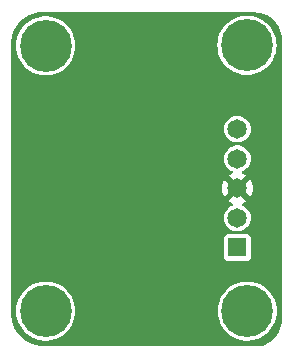
<source format=gbl>
G04 #@! TF.GenerationSoftware,KiCad,Pcbnew,8.0.8*
G04 #@! TF.CreationDate,2025-04-14T11:12:42+01:00*
G04 #@! TF.ProjectId,Bat-mon_v1-Sensor Shield,4261742d-6d6f-46e5-9f76-312d53656e73,rev?*
G04 #@! TF.SameCoordinates,Original*
G04 #@! TF.FileFunction,Copper,L2,Bot*
G04 #@! TF.FilePolarity,Positive*
%FSLAX46Y46*%
G04 Gerber Fmt 4.6, Leading zero omitted, Abs format (unit mm)*
G04 Created by KiCad (PCBNEW 8.0.8) date 2025-04-14 11:12:42*
%MOMM*%
%LPD*%
G01*
G04 APERTURE LIST*
G04 #@! TA.AperFunction,ComponentPad*
%ADD10C,0.700000*%
G04 #@! TD*
G04 #@! TA.AperFunction,ComponentPad*
%ADD11C,4.400000*%
G04 #@! TD*
G04 #@! TA.AperFunction,ComponentPad*
%ADD12R,1.650000X1.650000*%
G04 #@! TD*
G04 #@! TA.AperFunction,ComponentPad*
%ADD13C,1.650000*%
G04 #@! TD*
G04 #@! TA.AperFunction,ViaPad*
%ADD14C,0.700000*%
G04 #@! TD*
G04 APERTURE END LIST*
D10*
X74450000Y-68000000D03*
X74933274Y-66833274D03*
X74933274Y-69166726D03*
X76100000Y-66350000D03*
D11*
X76100000Y-68000000D03*
D10*
X76100000Y-69650000D03*
X77266726Y-66833274D03*
X77266726Y-69166726D03*
X77750000Y-68000000D03*
X91500000Y-68000000D03*
X91983274Y-66833274D03*
X91983274Y-69166726D03*
X93150000Y-66350000D03*
D11*
X93150000Y-68000000D03*
D10*
X93150000Y-69650000D03*
X94316726Y-66833274D03*
X94316726Y-69166726D03*
X94800000Y-68000000D03*
X74450000Y-45533274D03*
X74933274Y-44366548D03*
X74933274Y-46700000D03*
X76100000Y-43883274D03*
D11*
X76100000Y-45533274D03*
D10*
X76100000Y-47183274D03*
X77266726Y-44366548D03*
X77266726Y-46700000D03*
X77750000Y-45533274D03*
D12*
X92325000Y-62600000D03*
D13*
X92325000Y-60100000D03*
X92325000Y-57600000D03*
X92325000Y-55100000D03*
X92325000Y-52600000D03*
D10*
X91483274Y-45500000D03*
X91966548Y-44333274D03*
X91966548Y-46666726D03*
X93133274Y-43850000D03*
D11*
X93133274Y-45500000D03*
D10*
X93133274Y-47150000D03*
X94300000Y-44333274D03*
X94300000Y-46666726D03*
X94783274Y-45500000D03*
D14*
X81600000Y-54750000D03*
X80650000Y-54750000D03*
G04 #@! TA.AperFunction,Conductor*
G36*
X93696284Y-42714114D02*
G01*
X93713530Y-42715371D01*
X93713749Y-42715364D01*
X93713751Y-42715365D01*
X93752189Y-42714214D01*
X93755930Y-42714160D01*
X93759792Y-42714162D01*
X93763584Y-42714224D01*
X94030806Y-42722741D01*
X94046026Y-42724169D01*
X94308211Y-42765242D01*
X94323145Y-42768537D01*
X94578276Y-42841605D01*
X94592687Y-42846714D01*
X94775802Y-42924668D01*
X94836855Y-42950659D01*
X94850543Y-42957513D01*
X95080037Y-43090748D01*
X95092775Y-43099236D01*
X95304110Y-43259740D01*
X95315700Y-43269728D01*
X95505645Y-43455049D01*
X95515912Y-43466386D01*
X95624916Y-43602797D01*
X95681572Y-43673698D01*
X95690372Y-43686224D01*
X95829222Y-43912366D01*
X95836412Y-43925882D01*
X95946339Y-44167413D01*
X95951808Y-44181712D01*
X96031132Y-44434937D01*
X96034798Y-44449800D01*
X96082317Y-44710882D01*
X96084123Y-44726084D01*
X96099289Y-44994242D01*
X96099485Y-45001893D01*
X96099224Y-45051790D01*
X96099458Y-45054565D01*
X96081784Y-68677203D01*
X96081743Y-68677664D01*
X96081743Y-68728486D01*
X96081517Y-68735973D01*
X96065790Y-68995898D01*
X96063985Y-69010762D01*
X96017720Y-69263201D01*
X96014136Y-69277740D01*
X95937782Y-69522759D01*
X95932472Y-69536759D01*
X95827143Y-69770785D01*
X95820185Y-69784043D01*
X95687412Y-70003675D01*
X95678905Y-70015999D01*
X95520628Y-70218023D01*
X95510699Y-70229230D01*
X95329230Y-70410699D01*
X95318023Y-70420628D01*
X95115999Y-70578905D01*
X95103675Y-70587412D01*
X94884043Y-70720185D01*
X94870785Y-70727143D01*
X94636759Y-70832472D01*
X94622759Y-70837782D01*
X94377740Y-70914136D01*
X94363201Y-70917720D01*
X94110762Y-70963984D01*
X94095898Y-70965789D01*
X93836097Y-70981509D01*
X93828385Y-70981735D01*
X75976593Y-70949598D01*
X75975470Y-70949500D01*
X75965494Y-70949500D01*
X75924817Y-70949500D01*
X75917866Y-70949305D01*
X75874678Y-70946880D01*
X75620427Y-70932604D01*
X75606609Y-70931047D01*
X75316365Y-70881735D01*
X75302808Y-70878641D01*
X75019902Y-70797139D01*
X75006777Y-70792546D01*
X74734789Y-70679887D01*
X74722260Y-70673854D01*
X74464585Y-70531444D01*
X74452811Y-70524046D01*
X74212699Y-70353680D01*
X74201839Y-70345019D01*
X73982308Y-70148837D01*
X73972481Y-70139010D01*
X73776299Y-69919482D01*
X73767630Y-69908611D01*
X73597267Y-69668510D01*
X73589869Y-69656736D01*
X73447457Y-69399063D01*
X73441426Y-69386541D01*
X73328754Y-69114528D01*
X73324169Y-69101427D01*
X73272568Y-68922315D01*
X73242663Y-68818512D01*
X73239569Y-68804956D01*
X73208667Y-68623083D01*
X73190253Y-68514705D01*
X73188698Y-68500904D01*
X73172021Y-68203950D01*
X73171826Y-68196997D01*
X73171826Y-68145076D01*
X73171807Y-68144865D01*
X73171759Y-67999994D01*
X73594556Y-67999994D01*
X73594556Y-68000005D01*
X73614310Y-68314004D01*
X73614311Y-68314011D01*
X73673270Y-68623083D01*
X73770497Y-68922316D01*
X73770499Y-68922321D01*
X73904461Y-69207003D01*
X73904464Y-69207009D01*
X74073051Y-69472661D01*
X74073054Y-69472665D01*
X74273606Y-69715090D01*
X74273608Y-69715092D01*
X74273610Y-69715094D01*
X74491261Y-69919482D01*
X74502968Y-69930476D01*
X74502978Y-69930484D01*
X74757504Y-70115408D01*
X74757509Y-70115410D01*
X74757516Y-70115416D01*
X75033234Y-70266994D01*
X75033239Y-70266996D01*
X75033241Y-70266997D01*
X75033242Y-70266998D01*
X75325771Y-70382818D01*
X75325774Y-70382819D01*
X75473031Y-70420628D01*
X75630527Y-70461066D01*
X75696010Y-70469338D01*
X75942670Y-70500499D01*
X75942679Y-70500499D01*
X75942682Y-70500500D01*
X75942684Y-70500500D01*
X76257316Y-70500500D01*
X76257318Y-70500500D01*
X76257321Y-70500499D01*
X76257329Y-70500499D01*
X76443593Y-70476968D01*
X76569473Y-70461066D01*
X76874225Y-70382819D01*
X76947822Y-70353680D01*
X77166757Y-70266998D01*
X77166758Y-70266997D01*
X77166756Y-70266997D01*
X77166766Y-70266994D01*
X77442484Y-70115416D01*
X77697030Y-69930478D01*
X77926390Y-69715094D01*
X78126947Y-69472663D01*
X78295537Y-69207007D01*
X78429503Y-68922315D01*
X78526731Y-68623079D01*
X78585688Y-68314015D01*
X78592613Y-68203950D01*
X78605444Y-68000005D01*
X78605444Y-67999994D01*
X90644556Y-67999994D01*
X90644556Y-68000005D01*
X90664310Y-68314004D01*
X90664311Y-68314011D01*
X90723270Y-68623083D01*
X90820497Y-68922316D01*
X90820499Y-68922321D01*
X90954461Y-69207003D01*
X90954464Y-69207009D01*
X91123051Y-69472661D01*
X91123054Y-69472665D01*
X91323606Y-69715090D01*
X91323608Y-69715092D01*
X91323610Y-69715094D01*
X91541261Y-69919482D01*
X91552968Y-69930476D01*
X91552978Y-69930484D01*
X91807504Y-70115408D01*
X91807509Y-70115410D01*
X91807516Y-70115416D01*
X92083234Y-70266994D01*
X92083239Y-70266996D01*
X92083241Y-70266997D01*
X92083242Y-70266998D01*
X92375771Y-70382818D01*
X92375774Y-70382819D01*
X92523031Y-70420628D01*
X92680527Y-70461066D01*
X92746010Y-70469338D01*
X92992670Y-70500499D01*
X92992679Y-70500499D01*
X92992682Y-70500500D01*
X92992684Y-70500500D01*
X93307316Y-70500500D01*
X93307318Y-70500500D01*
X93307321Y-70500499D01*
X93307329Y-70500499D01*
X93493593Y-70476968D01*
X93619473Y-70461066D01*
X93924225Y-70382819D01*
X93997822Y-70353680D01*
X94216757Y-70266998D01*
X94216758Y-70266997D01*
X94216756Y-70266997D01*
X94216766Y-70266994D01*
X94492484Y-70115416D01*
X94747030Y-69930478D01*
X94976390Y-69715094D01*
X95176947Y-69472663D01*
X95345537Y-69207007D01*
X95479503Y-68922315D01*
X95576731Y-68623079D01*
X95635688Y-68314015D01*
X95642613Y-68203950D01*
X95655444Y-68000005D01*
X95655444Y-67999994D01*
X95635689Y-67685995D01*
X95635688Y-67685988D01*
X95635688Y-67685985D01*
X95576731Y-67376921D01*
X95479503Y-67077685D01*
X95345537Y-66792993D01*
X95176947Y-66527337D01*
X95176945Y-66527334D01*
X94976393Y-66284909D01*
X94976391Y-66284907D01*
X94747031Y-66069523D01*
X94747021Y-66069515D01*
X94492495Y-65884591D01*
X94492488Y-65884586D01*
X94492484Y-65884584D01*
X94216766Y-65733006D01*
X94216763Y-65733004D01*
X94216758Y-65733002D01*
X94216757Y-65733001D01*
X93924228Y-65617181D01*
X93924225Y-65617180D01*
X93619476Y-65538934D01*
X93619463Y-65538932D01*
X93307329Y-65499500D01*
X93307318Y-65499500D01*
X92992682Y-65499500D01*
X92992670Y-65499500D01*
X92680536Y-65538932D01*
X92680523Y-65538934D01*
X92375774Y-65617180D01*
X92375771Y-65617181D01*
X92083242Y-65733001D01*
X92083241Y-65733002D01*
X91807516Y-65884584D01*
X91807504Y-65884591D01*
X91552978Y-66069515D01*
X91552968Y-66069523D01*
X91323608Y-66284907D01*
X91323606Y-66284909D01*
X91123054Y-66527334D01*
X91123051Y-66527338D01*
X90954464Y-66792990D01*
X90954461Y-66792996D01*
X90820499Y-67077678D01*
X90820497Y-67077683D01*
X90723270Y-67376916D01*
X90664311Y-67685988D01*
X90664310Y-67685995D01*
X90644556Y-67999994D01*
X78605444Y-67999994D01*
X78585689Y-67685995D01*
X78585688Y-67685988D01*
X78585688Y-67685985D01*
X78526731Y-67376921D01*
X78429503Y-67077685D01*
X78295537Y-66792993D01*
X78126947Y-66527337D01*
X78126945Y-66527334D01*
X77926393Y-66284909D01*
X77926391Y-66284907D01*
X77697031Y-66069523D01*
X77697021Y-66069515D01*
X77442495Y-65884591D01*
X77442488Y-65884586D01*
X77442484Y-65884584D01*
X77166766Y-65733006D01*
X77166763Y-65733004D01*
X77166758Y-65733002D01*
X77166757Y-65733001D01*
X76874228Y-65617181D01*
X76874225Y-65617180D01*
X76569476Y-65538934D01*
X76569463Y-65538932D01*
X76257329Y-65499500D01*
X76257318Y-65499500D01*
X75942682Y-65499500D01*
X75942670Y-65499500D01*
X75630536Y-65538932D01*
X75630523Y-65538934D01*
X75325774Y-65617180D01*
X75325771Y-65617181D01*
X75033242Y-65733001D01*
X75033241Y-65733002D01*
X74757516Y-65884584D01*
X74757504Y-65884591D01*
X74502978Y-66069515D01*
X74502968Y-66069523D01*
X74273608Y-66284907D01*
X74273606Y-66284909D01*
X74073054Y-66527334D01*
X74073051Y-66527338D01*
X73904464Y-66792990D01*
X73904461Y-66792996D01*
X73770499Y-67077678D01*
X73770497Y-67077683D01*
X73673270Y-67376916D01*
X73614311Y-67685988D01*
X73614310Y-67685995D01*
X73594556Y-67999994D01*
X73171759Y-67999994D01*
X73171555Y-67376921D01*
X73169704Y-61730131D01*
X91199500Y-61730131D01*
X91199500Y-63469856D01*
X91199502Y-63469882D01*
X91202413Y-63494987D01*
X91202415Y-63494991D01*
X91247793Y-63597764D01*
X91247794Y-63597765D01*
X91327235Y-63677206D01*
X91430009Y-63722585D01*
X91455135Y-63725500D01*
X93194864Y-63725499D01*
X93194879Y-63725497D01*
X93194882Y-63725497D01*
X93219987Y-63722586D01*
X93219988Y-63722585D01*
X93219991Y-63722585D01*
X93322765Y-63677206D01*
X93402206Y-63597765D01*
X93447585Y-63494991D01*
X93450500Y-63469865D01*
X93450499Y-61730136D01*
X93450497Y-61730117D01*
X93447586Y-61705012D01*
X93447585Y-61705010D01*
X93447585Y-61705009D01*
X93402206Y-61602235D01*
X93322765Y-61522794D01*
X93322763Y-61522793D01*
X93219992Y-61477415D01*
X93194865Y-61474500D01*
X91455143Y-61474500D01*
X91455117Y-61474502D01*
X91430012Y-61477413D01*
X91430008Y-61477415D01*
X91327235Y-61522793D01*
X91247794Y-61602234D01*
X91202415Y-61705006D01*
X91202415Y-61705008D01*
X91199500Y-61730131D01*
X73169704Y-61730131D01*
X73168351Y-57599999D01*
X90994939Y-57599999D01*
X90994939Y-57600000D01*
X91015145Y-57830958D01*
X91015147Y-57830968D01*
X91075148Y-58054900D01*
X91075152Y-58054909D01*
X91173132Y-58265029D01*
X91173133Y-58265031D01*
X91228023Y-58343422D01*
X91228023Y-58343423D01*
X91801212Y-57770234D01*
X91812482Y-57812292D01*
X91884890Y-57937708D01*
X91987292Y-58040110D01*
X92112708Y-58112518D01*
X92154765Y-58123787D01*
X91581575Y-58696975D01*
X91659973Y-58751868D01*
X91863433Y-58846744D01*
X91915872Y-58892916D01*
X91935024Y-58960110D01*
X91914808Y-59026991D01*
X91861643Y-59072326D01*
X91855823Y-59074752D01*
X91821178Y-59088173D01*
X91821171Y-59088177D01*
X91643827Y-59197985D01*
X91489683Y-59338505D01*
X91363981Y-59504961D01*
X91271007Y-59691677D01*
X91213923Y-59892308D01*
X91194678Y-60099999D01*
X91194678Y-60100000D01*
X91213923Y-60307691D01*
X91213923Y-60307693D01*
X91213924Y-60307696D01*
X91271006Y-60508319D01*
X91363981Y-60695038D01*
X91489682Y-60861493D01*
X91643829Y-61002016D01*
X91821172Y-61111823D01*
X92015673Y-61187173D01*
X92220707Y-61225500D01*
X92220710Y-61225500D01*
X92429290Y-61225500D01*
X92429293Y-61225500D01*
X92634327Y-61187173D01*
X92828828Y-61111823D01*
X93006171Y-61002016D01*
X93160318Y-60861493D01*
X93286019Y-60695038D01*
X93378994Y-60508319D01*
X93436076Y-60307696D01*
X93455322Y-60100000D01*
X93436076Y-59892304D01*
X93378994Y-59691681D01*
X93286019Y-59504962D01*
X93160318Y-59338507D01*
X93006171Y-59197984D01*
X92828828Y-59088177D01*
X92828818Y-59088172D01*
X92794177Y-59074752D01*
X92738775Y-59032180D01*
X92715185Y-58966413D01*
X92730896Y-58898332D01*
X92780920Y-58849554D01*
X92786566Y-58846744D01*
X92990030Y-58751866D01*
X93068423Y-58696975D01*
X92495234Y-58123787D01*
X92537292Y-58112518D01*
X92662708Y-58040110D01*
X92765110Y-57937708D01*
X92837518Y-57812292D01*
X92848787Y-57770235D01*
X93421975Y-58343423D01*
X93476867Y-58265030D01*
X93574847Y-58054909D01*
X93574851Y-58054900D01*
X93634852Y-57830968D01*
X93634854Y-57830958D01*
X93655061Y-57600000D01*
X93655061Y-57599999D01*
X93634854Y-57369041D01*
X93634852Y-57369031D01*
X93574851Y-57145099D01*
X93574847Y-57145090D01*
X93476868Y-56934972D01*
X93421974Y-56856576D01*
X92848787Y-57429764D01*
X92837518Y-57387708D01*
X92765110Y-57262292D01*
X92662708Y-57159890D01*
X92537292Y-57087482D01*
X92495233Y-57076212D01*
X93068423Y-56503023D01*
X92990031Y-56448133D01*
X92990029Y-56448132D01*
X92786566Y-56353255D01*
X92734127Y-56307082D01*
X92714975Y-56239889D01*
X92735191Y-56173008D01*
X92788356Y-56127673D01*
X92794179Y-56125246D01*
X92828821Y-56111826D01*
X92828825Y-56111824D01*
X92828828Y-56111823D01*
X93006171Y-56002016D01*
X93160318Y-55861493D01*
X93286019Y-55695038D01*
X93378994Y-55508319D01*
X93436076Y-55307696D01*
X93455322Y-55100000D01*
X93436076Y-54892304D01*
X93378994Y-54691681D01*
X93286019Y-54504962D01*
X93160318Y-54338507D01*
X93006171Y-54197984D01*
X92828828Y-54088177D01*
X92828827Y-54088176D01*
X92686609Y-54033081D01*
X92634327Y-54012827D01*
X92429293Y-53974500D01*
X92220707Y-53974500D01*
X92015673Y-54012827D01*
X92015670Y-54012827D01*
X92015670Y-54012828D01*
X91821172Y-54088176D01*
X91821171Y-54088177D01*
X91643827Y-54197985D01*
X91489683Y-54338505D01*
X91363981Y-54504961D01*
X91271007Y-54691677D01*
X91213923Y-54892308D01*
X91194678Y-55099999D01*
X91194678Y-55100000D01*
X91213923Y-55307691D01*
X91213923Y-55307693D01*
X91213924Y-55307696D01*
X91271006Y-55508319D01*
X91363981Y-55695038D01*
X91489682Y-55861493D01*
X91643829Y-56002016D01*
X91821172Y-56111823D01*
X91821175Y-56111824D01*
X91855821Y-56125246D01*
X91911223Y-56167818D01*
X91934814Y-56233585D01*
X91919104Y-56301665D01*
X91869080Y-56350445D01*
X91863434Y-56353255D01*
X91659972Y-56448132D01*
X91581576Y-56503024D01*
X92154765Y-57076212D01*
X92112708Y-57087482D01*
X91987292Y-57159890D01*
X91884890Y-57262292D01*
X91812482Y-57387708D01*
X91801212Y-57429765D01*
X91228024Y-56856576D01*
X91173131Y-56934974D01*
X91075152Y-57145090D01*
X91075148Y-57145099D01*
X91015147Y-57369031D01*
X91015145Y-57369041D01*
X90994939Y-57599999D01*
X73168351Y-57599999D01*
X73166712Y-52599999D01*
X91194678Y-52599999D01*
X91194678Y-52600000D01*
X91213923Y-52807691D01*
X91213923Y-52807693D01*
X91213924Y-52807696D01*
X91271006Y-53008319D01*
X91363981Y-53195038D01*
X91489682Y-53361493D01*
X91643829Y-53502016D01*
X91821172Y-53611823D01*
X92015673Y-53687173D01*
X92220707Y-53725500D01*
X92220710Y-53725500D01*
X92429290Y-53725500D01*
X92429293Y-53725500D01*
X92634327Y-53687173D01*
X92828828Y-53611823D01*
X93006171Y-53502016D01*
X93160318Y-53361493D01*
X93286019Y-53195038D01*
X93378994Y-53008319D01*
X93436076Y-52807696D01*
X93455322Y-52600000D01*
X93436076Y-52392304D01*
X93378994Y-52191681D01*
X93286019Y-52004962D01*
X93160318Y-51838507D01*
X93006171Y-51697984D01*
X92828828Y-51588177D01*
X92828827Y-51588176D01*
X92686609Y-51533081D01*
X92634327Y-51512827D01*
X92429293Y-51474500D01*
X92220707Y-51474500D01*
X92015673Y-51512827D01*
X92015670Y-51512827D01*
X92015670Y-51512828D01*
X91821172Y-51588176D01*
X91821171Y-51588177D01*
X91643827Y-51697985D01*
X91489683Y-51838505D01*
X91363981Y-52004961D01*
X91271007Y-52191677D01*
X91213923Y-52392308D01*
X91194678Y-52599999D01*
X73166712Y-52599999D01*
X73164396Y-45533268D01*
X73594556Y-45533268D01*
X73594556Y-45533279D01*
X73614310Y-45847278D01*
X73614311Y-45847285D01*
X73614312Y-45847289D01*
X73666922Y-46123083D01*
X73673270Y-46156357D01*
X73770497Y-46455590D01*
X73770499Y-46455595D01*
X73904461Y-46740277D01*
X73904464Y-46740283D01*
X74073051Y-47005935D01*
X74073054Y-47005939D01*
X74273606Y-47248364D01*
X74273608Y-47248366D01*
X74502968Y-47463750D01*
X74502978Y-47463758D01*
X74757504Y-47648682D01*
X74757509Y-47648684D01*
X74757516Y-47648690D01*
X75033234Y-47800268D01*
X75033239Y-47800270D01*
X75033241Y-47800271D01*
X75033242Y-47800272D01*
X75325771Y-47916092D01*
X75325774Y-47916093D01*
X75500929Y-47961065D01*
X75630527Y-47994340D01*
X75679281Y-48000499D01*
X75942670Y-48033773D01*
X75942679Y-48033773D01*
X75942682Y-48033774D01*
X75942684Y-48033774D01*
X76257316Y-48033774D01*
X76257318Y-48033774D01*
X76257321Y-48033773D01*
X76257329Y-48033773D01*
X76443593Y-48010242D01*
X76569473Y-47994340D01*
X76874225Y-47916093D01*
X76958266Y-47882819D01*
X77166757Y-47800272D01*
X77166758Y-47800271D01*
X77166756Y-47800271D01*
X77166766Y-47800268D01*
X77442484Y-47648690D01*
X77697030Y-47463752D01*
X77926390Y-47248368D01*
X78126947Y-47005937D01*
X78295537Y-46740281D01*
X78429503Y-46455589D01*
X78526731Y-46156353D01*
X78585688Y-45847289D01*
X78585689Y-45847278D01*
X78605444Y-45533279D01*
X78605444Y-45533268D01*
X78603351Y-45499994D01*
X90627830Y-45499994D01*
X90627830Y-45500005D01*
X90647584Y-45814004D01*
X90647585Y-45814011D01*
X90706544Y-46123083D01*
X90803771Y-46422316D01*
X90803773Y-46422321D01*
X90937735Y-46707003D01*
X90937738Y-46707009D01*
X91106325Y-46972661D01*
X91106328Y-46972665D01*
X91306880Y-47215090D01*
X91306882Y-47215092D01*
X91536242Y-47430476D01*
X91536252Y-47430484D01*
X91790778Y-47615408D01*
X91790783Y-47615410D01*
X91790790Y-47615416D01*
X92066508Y-47766994D01*
X92066513Y-47766996D01*
X92066515Y-47766997D01*
X92066516Y-47766998D01*
X92359045Y-47882818D01*
X92359048Y-47882819D01*
X92663797Y-47961065D01*
X92663801Y-47961066D01*
X92729284Y-47969338D01*
X92975944Y-48000499D01*
X92975953Y-48000499D01*
X92975956Y-48000500D01*
X92975958Y-48000500D01*
X93290590Y-48000500D01*
X93290592Y-48000500D01*
X93290595Y-48000499D01*
X93290603Y-48000499D01*
X93476867Y-47976968D01*
X93602747Y-47961066D01*
X93907499Y-47882819D01*
X93907502Y-47882818D01*
X94200031Y-47766998D01*
X94200032Y-47766997D01*
X94200030Y-47766997D01*
X94200040Y-47766994D01*
X94475758Y-47615416D01*
X94730304Y-47430478D01*
X94959664Y-47215094D01*
X95160221Y-46972663D01*
X95328811Y-46707007D01*
X95462777Y-46422315D01*
X95560005Y-46123079D01*
X95618962Y-45814015D01*
X95618963Y-45814004D01*
X95638718Y-45500005D01*
X95638718Y-45499994D01*
X95618963Y-45185995D01*
X95618962Y-45185988D01*
X95618962Y-45185985D01*
X95560005Y-44876921D01*
X95462777Y-44577685D01*
X95328811Y-44292993D01*
X95258190Y-44181712D01*
X95160222Y-44027338D01*
X95160219Y-44027334D01*
X94959667Y-43784909D01*
X94959665Y-43784907D01*
X94730305Y-43569523D01*
X94730295Y-43569515D01*
X94475769Y-43384591D01*
X94475762Y-43384586D01*
X94475758Y-43384584D01*
X94200040Y-43233006D01*
X94200037Y-43233004D01*
X94200032Y-43233002D01*
X94200031Y-43233001D01*
X93907502Y-43117181D01*
X93907499Y-43117180D01*
X93602750Y-43038934D01*
X93602737Y-43038932D01*
X93290603Y-42999500D01*
X93290592Y-42999500D01*
X92975956Y-42999500D01*
X92975944Y-42999500D01*
X92663810Y-43038932D01*
X92663797Y-43038934D01*
X92359048Y-43117180D01*
X92359045Y-43117181D01*
X92066516Y-43233001D01*
X92066515Y-43233002D01*
X91790790Y-43384584D01*
X91790778Y-43384591D01*
X91536252Y-43569515D01*
X91536242Y-43569523D01*
X91306882Y-43784907D01*
X91306880Y-43784909D01*
X91106328Y-44027334D01*
X91106325Y-44027338D01*
X90937738Y-44292990D01*
X90937735Y-44292996D01*
X90803773Y-44577678D01*
X90803771Y-44577683D01*
X90706544Y-44876916D01*
X90647585Y-45185988D01*
X90647584Y-45185995D01*
X90627830Y-45499994D01*
X78603351Y-45499994D01*
X78585689Y-45219269D01*
X78585688Y-45219262D01*
X78585688Y-45219259D01*
X78526731Y-44910195D01*
X78429503Y-44610959D01*
X78413845Y-44577685D01*
X78295538Y-44326270D01*
X78295537Y-44326267D01*
X78196842Y-44170748D01*
X78126948Y-44060612D01*
X78126945Y-44060608D01*
X77926393Y-43818183D01*
X77926391Y-43818181D01*
X77785872Y-43686224D01*
X77697030Y-43602796D01*
X77697027Y-43602794D01*
X77697021Y-43602789D01*
X77442495Y-43417865D01*
X77442488Y-43417860D01*
X77442484Y-43417858D01*
X77166766Y-43266280D01*
X77166763Y-43266278D01*
X77166758Y-43266276D01*
X77166757Y-43266275D01*
X76874228Y-43150455D01*
X76874225Y-43150454D01*
X76569476Y-43072208D01*
X76569463Y-43072206D01*
X76257329Y-43032774D01*
X76257318Y-43032774D01*
X75942682Y-43032774D01*
X75942670Y-43032774D01*
X75630536Y-43072206D01*
X75630523Y-43072208D01*
X75325774Y-43150454D01*
X75325771Y-43150455D01*
X75033242Y-43266275D01*
X75033241Y-43266276D01*
X74757516Y-43417858D01*
X74757504Y-43417865D01*
X74502978Y-43602789D01*
X74502968Y-43602797D01*
X74273608Y-43818181D01*
X74273606Y-43818183D01*
X74073054Y-44060608D01*
X74073051Y-44060612D01*
X73904464Y-44326264D01*
X73904461Y-44326270D01*
X73770499Y-44610952D01*
X73770497Y-44610957D01*
X73673270Y-44910190D01*
X73614311Y-45219262D01*
X73614310Y-45219269D01*
X73594556Y-45533268D01*
X73164396Y-45533268D01*
X73164315Y-45285070D01*
X73164581Y-45276920D01*
X73167731Y-45228930D01*
X73182781Y-44999577D01*
X73184441Y-44985932D01*
X73210109Y-44842004D01*
X73232780Y-44714879D01*
X73235940Y-44701501D01*
X73262707Y-44610959D01*
X73314000Y-44437451D01*
X73318618Y-44424517D01*
X73425430Y-44170745D01*
X73431459Y-44158389D01*
X73504652Y-44027337D01*
X73565714Y-43918004D01*
X73573073Y-43906392D01*
X73591067Y-43881203D01*
X73733123Y-43682346D01*
X73741705Y-43671640D01*
X73925600Y-43466670D01*
X73935301Y-43456995D01*
X74140767Y-43273642D01*
X74151489Y-43265094D01*
X74375972Y-43105635D01*
X74387582Y-43098321D01*
X74628337Y-42964700D01*
X74640711Y-42958705D01*
X74894768Y-42852569D01*
X74907717Y-42847985D01*
X75171978Y-42770629D01*
X75185333Y-42767512D01*
X75456545Y-42719890D01*
X75470191Y-42718268D01*
X75748536Y-42700748D01*
X75756391Y-42700504D01*
X93696284Y-42714114D01*
G37*
G04 #@! TD.AperFunction*
M02*

</source>
